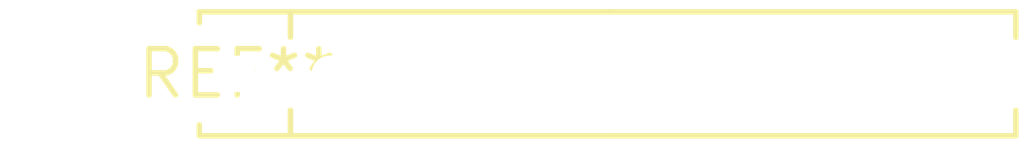
<source format=kicad_pcb>
(kicad_pcb (version 20240108) (generator pcbnew)
  (layers (0 "F.Cu" signal) (31 "B.Cu" signal) (34 "B.Paste" user) (35 "F.Paste" user) (36 "B.SilkS" user "B.Silkscreen") (37 "F.SilkS" user "F.Silkscreen") (38 "B.Mask" user) (39 "F.Mask" user) (44 "Edge.Cuts" user))
  (net 0 "")
  (footprint "SIP9_Housing" (layer "F.Cu") (at 0 0)
    (property "Reference" "REF**")
    (property "Value" "SIP9_Housing")
    (fp_line (start -1.04 -1.7) (end -1.04 -1.4) (layer "F.SilkS") (stroke (width 0.15)))
    (fp_line (start -1.04 1.7) (end -1.04 1.4) (layer "F.SilkS") (stroke (width 0.15)))
    (fp_line (start 1.46 -1.7) (end 1.46 -1) (layer "F.SilkS") (stroke (width 0.15)))
    (fp_line (start 1.46 1.7) (end 1.46 1) (layer "F.SilkS") (stroke (width 0.15)))
    (fp_line (start 10.16 -1.7) (end 21.36 -1.7) (layer "F.SilkS") (stroke (width 0.15)))
    (fp_line (start 10.16 1.7) (end -1.04 1.7) (layer "F.SilkS") (stroke (width 0.15)))
    (fp_line (start 10.16 1.7) (end 21.36 1.7) (layer "F.SilkS") (stroke (width 0.15)))
    (fp_line (start 10.26 -1.7) (end -1.04 -1.7) (layer "F.SilkS") (stroke (width 0.15)))
    (fp_line (start 21.36 -1.7) (end 21.36 -1.1) (layer "F.SilkS") (stroke (width 0.15)))
    (fp_line (start 21.36 -1.2) (end 21.36 -1) (layer "F.SilkS") (stroke (width 0.15)))
    (fp_line (start 21.36 1.7) (end 21.36 1) (layer "F.SilkS") (stroke (width 0.15)))
    (pad "1" thru_hole rect (at 0 0 90) (size 1.8 1.8) (drill 1) (layers *.Cu *.Mask) (remove_unused_layers))
    (pad "2" thru_hole circle (at 2.54 0 90) (size 1.8 1.8) (drill 1) (layers *.Cu *.Mask) (remove_unused_layers))
    (pad "3" thru_hole circle (at 5.08 0 90) (size 1.8 1.8) (drill 1) (layers *.Cu *.Mask) (remove_unused_layers))
    (pad "4" thru_hole circle (at 7.62 0 90) (size 1.8 1.8) (drill 1) (layers *.Cu *.Mask) (remove_unused_layers))
    (pad "5" thru_hole circle (at 10.16 0 90) (size 1.8 1.8) (drill 1) (layers *.Cu *.Mask) (remove_unused_layers))
    (pad "6" thru_hole circle (at 12.7 0 90) (size 1.8 1.8) (drill 1) (layers *.Cu *.Mask) (remove_unused_layers))
    (pad "7" thru_hole circle (at 15.24 0 90) (size 1.8 1.8) (drill 1) (layers *.Cu *.Mask) (remove_unused_layers))
    (pad "8" thru_hole circle (at 17.78 0 90) (size 1.8 1.8) (drill 1) (layers *.Cu *.Mask) (remove_unused_layers))
    (pad "9" thru_hole circle (at 20.32 0 90) (size 1.8 1.8) (drill 1) (layers *.Cu *.Mask) (remove_unused_layers))
  )
)
</source>
